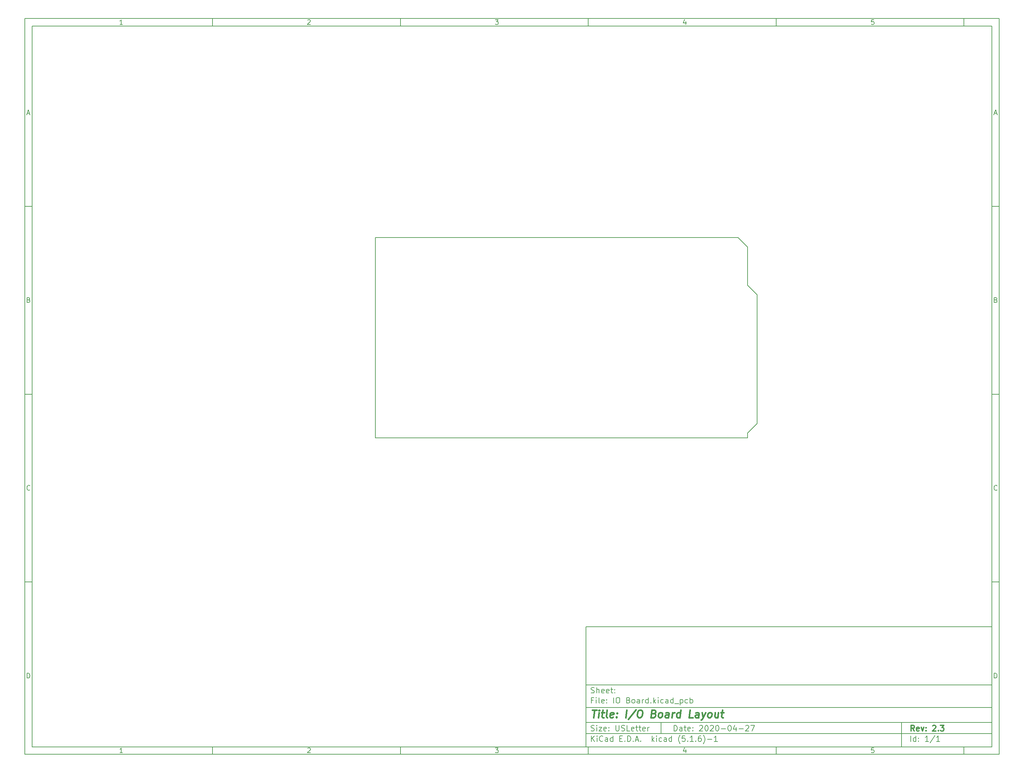
<source format=gbr>
G04 #@! TF.GenerationSoftware,KiCad,Pcbnew,(5.1.6)-1*
G04 #@! TF.CreationDate,2021-01-18T17:04:58-05:00*
G04 #@! TF.ProjectId,IO Board,494f2042-6f61-4726-942e-6b696361645f,2.3*
G04 #@! TF.SameCoordinates,Original*
G04 #@! TF.FileFunction,Profile,NP*
%FSLAX46Y46*%
G04 Gerber Fmt 4.6, Leading zero omitted, Abs format (unit mm)*
G04 Created by KiCad (PCBNEW (5.1.6)-1) date 2021-01-18 17:04:58*
%MOMM*%
%LPD*%
G01*
G04 APERTURE LIST*
%ADD10C,0.100000*%
%ADD11C,0.150000*%
%ADD12C,0.300000*%
%ADD13C,0.400000*%
G04 #@! TA.AperFunction,Profile*
%ADD14C,0.150000*%
G04 #@! TD*
G04 APERTURE END LIST*
D10*
D11*
X159400000Y-171900000D02*
X159400000Y-203900000D01*
X267400000Y-203900000D01*
X267400000Y-171900000D01*
X159400000Y-171900000D01*
D10*
D11*
X10000000Y-10000000D02*
X10000000Y-205900000D01*
X269400000Y-205900000D01*
X269400000Y-10000000D01*
X10000000Y-10000000D01*
D10*
D11*
X12000000Y-12000000D02*
X12000000Y-203900000D01*
X267400000Y-203900000D01*
X267400000Y-12000000D01*
X12000000Y-12000000D01*
D10*
D11*
X60000000Y-12000000D02*
X60000000Y-10000000D01*
D10*
D11*
X110000000Y-12000000D02*
X110000000Y-10000000D01*
D10*
D11*
X160000000Y-12000000D02*
X160000000Y-10000000D01*
D10*
D11*
X210000000Y-12000000D02*
X210000000Y-10000000D01*
D10*
D11*
X260000000Y-12000000D02*
X260000000Y-10000000D01*
D10*
D11*
X36065476Y-11588095D02*
X35322619Y-11588095D01*
X35694047Y-11588095D02*
X35694047Y-10288095D01*
X35570238Y-10473809D01*
X35446428Y-10597619D01*
X35322619Y-10659523D01*
D10*
D11*
X85322619Y-10411904D02*
X85384523Y-10350000D01*
X85508333Y-10288095D01*
X85817857Y-10288095D01*
X85941666Y-10350000D01*
X86003571Y-10411904D01*
X86065476Y-10535714D01*
X86065476Y-10659523D01*
X86003571Y-10845238D01*
X85260714Y-11588095D01*
X86065476Y-11588095D01*
D10*
D11*
X135260714Y-10288095D02*
X136065476Y-10288095D01*
X135632142Y-10783333D01*
X135817857Y-10783333D01*
X135941666Y-10845238D01*
X136003571Y-10907142D01*
X136065476Y-11030952D01*
X136065476Y-11340476D01*
X136003571Y-11464285D01*
X135941666Y-11526190D01*
X135817857Y-11588095D01*
X135446428Y-11588095D01*
X135322619Y-11526190D01*
X135260714Y-11464285D01*
D10*
D11*
X185941666Y-10721428D02*
X185941666Y-11588095D01*
X185632142Y-10226190D02*
X185322619Y-11154761D01*
X186127380Y-11154761D01*
D10*
D11*
X236003571Y-10288095D02*
X235384523Y-10288095D01*
X235322619Y-10907142D01*
X235384523Y-10845238D01*
X235508333Y-10783333D01*
X235817857Y-10783333D01*
X235941666Y-10845238D01*
X236003571Y-10907142D01*
X236065476Y-11030952D01*
X236065476Y-11340476D01*
X236003571Y-11464285D01*
X235941666Y-11526190D01*
X235817857Y-11588095D01*
X235508333Y-11588095D01*
X235384523Y-11526190D01*
X235322619Y-11464285D01*
D10*
D11*
X60000000Y-203900000D02*
X60000000Y-205900000D01*
D10*
D11*
X110000000Y-203900000D02*
X110000000Y-205900000D01*
D10*
D11*
X160000000Y-203900000D02*
X160000000Y-205900000D01*
D10*
D11*
X210000000Y-203900000D02*
X210000000Y-205900000D01*
D10*
D11*
X260000000Y-203900000D02*
X260000000Y-205900000D01*
D10*
D11*
X36065476Y-205488095D02*
X35322619Y-205488095D01*
X35694047Y-205488095D02*
X35694047Y-204188095D01*
X35570238Y-204373809D01*
X35446428Y-204497619D01*
X35322619Y-204559523D01*
D10*
D11*
X85322619Y-204311904D02*
X85384523Y-204250000D01*
X85508333Y-204188095D01*
X85817857Y-204188095D01*
X85941666Y-204250000D01*
X86003571Y-204311904D01*
X86065476Y-204435714D01*
X86065476Y-204559523D01*
X86003571Y-204745238D01*
X85260714Y-205488095D01*
X86065476Y-205488095D01*
D10*
D11*
X135260714Y-204188095D02*
X136065476Y-204188095D01*
X135632142Y-204683333D01*
X135817857Y-204683333D01*
X135941666Y-204745238D01*
X136003571Y-204807142D01*
X136065476Y-204930952D01*
X136065476Y-205240476D01*
X136003571Y-205364285D01*
X135941666Y-205426190D01*
X135817857Y-205488095D01*
X135446428Y-205488095D01*
X135322619Y-205426190D01*
X135260714Y-205364285D01*
D10*
D11*
X185941666Y-204621428D02*
X185941666Y-205488095D01*
X185632142Y-204126190D02*
X185322619Y-205054761D01*
X186127380Y-205054761D01*
D10*
D11*
X236003571Y-204188095D02*
X235384523Y-204188095D01*
X235322619Y-204807142D01*
X235384523Y-204745238D01*
X235508333Y-204683333D01*
X235817857Y-204683333D01*
X235941666Y-204745238D01*
X236003571Y-204807142D01*
X236065476Y-204930952D01*
X236065476Y-205240476D01*
X236003571Y-205364285D01*
X235941666Y-205426190D01*
X235817857Y-205488095D01*
X235508333Y-205488095D01*
X235384523Y-205426190D01*
X235322619Y-205364285D01*
D10*
D11*
X10000000Y-60000000D02*
X12000000Y-60000000D01*
D10*
D11*
X10000000Y-110000000D02*
X12000000Y-110000000D01*
D10*
D11*
X10000000Y-160000000D02*
X12000000Y-160000000D01*
D10*
D11*
X10690476Y-35216666D02*
X11309523Y-35216666D01*
X10566666Y-35588095D02*
X11000000Y-34288095D01*
X11433333Y-35588095D01*
D10*
D11*
X11092857Y-84907142D02*
X11278571Y-84969047D01*
X11340476Y-85030952D01*
X11402380Y-85154761D01*
X11402380Y-85340476D01*
X11340476Y-85464285D01*
X11278571Y-85526190D01*
X11154761Y-85588095D01*
X10659523Y-85588095D01*
X10659523Y-84288095D01*
X11092857Y-84288095D01*
X11216666Y-84350000D01*
X11278571Y-84411904D01*
X11340476Y-84535714D01*
X11340476Y-84659523D01*
X11278571Y-84783333D01*
X11216666Y-84845238D01*
X11092857Y-84907142D01*
X10659523Y-84907142D01*
D10*
D11*
X11402380Y-135464285D02*
X11340476Y-135526190D01*
X11154761Y-135588095D01*
X11030952Y-135588095D01*
X10845238Y-135526190D01*
X10721428Y-135402380D01*
X10659523Y-135278571D01*
X10597619Y-135030952D01*
X10597619Y-134845238D01*
X10659523Y-134597619D01*
X10721428Y-134473809D01*
X10845238Y-134350000D01*
X11030952Y-134288095D01*
X11154761Y-134288095D01*
X11340476Y-134350000D01*
X11402380Y-134411904D01*
D10*
D11*
X10659523Y-185588095D02*
X10659523Y-184288095D01*
X10969047Y-184288095D01*
X11154761Y-184350000D01*
X11278571Y-184473809D01*
X11340476Y-184597619D01*
X11402380Y-184845238D01*
X11402380Y-185030952D01*
X11340476Y-185278571D01*
X11278571Y-185402380D01*
X11154761Y-185526190D01*
X10969047Y-185588095D01*
X10659523Y-185588095D01*
D10*
D11*
X269400000Y-60000000D02*
X267400000Y-60000000D01*
D10*
D11*
X269400000Y-110000000D02*
X267400000Y-110000000D01*
D10*
D11*
X269400000Y-160000000D02*
X267400000Y-160000000D01*
D10*
D11*
X268090476Y-35216666D02*
X268709523Y-35216666D01*
X267966666Y-35588095D02*
X268400000Y-34288095D01*
X268833333Y-35588095D01*
D10*
D11*
X268492857Y-84907142D02*
X268678571Y-84969047D01*
X268740476Y-85030952D01*
X268802380Y-85154761D01*
X268802380Y-85340476D01*
X268740476Y-85464285D01*
X268678571Y-85526190D01*
X268554761Y-85588095D01*
X268059523Y-85588095D01*
X268059523Y-84288095D01*
X268492857Y-84288095D01*
X268616666Y-84350000D01*
X268678571Y-84411904D01*
X268740476Y-84535714D01*
X268740476Y-84659523D01*
X268678571Y-84783333D01*
X268616666Y-84845238D01*
X268492857Y-84907142D01*
X268059523Y-84907142D01*
D10*
D11*
X268802380Y-135464285D02*
X268740476Y-135526190D01*
X268554761Y-135588095D01*
X268430952Y-135588095D01*
X268245238Y-135526190D01*
X268121428Y-135402380D01*
X268059523Y-135278571D01*
X267997619Y-135030952D01*
X267997619Y-134845238D01*
X268059523Y-134597619D01*
X268121428Y-134473809D01*
X268245238Y-134350000D01*
X268430952Y-134288095D01*
X268554761Y-134288095D01*
X268740476Y-134350000D01*
X268802380Y-134411904D01*
D10*
D11*
X268059523Y-185588095D02*
X268059523Y-184288095D01*
X268369047Y-184288095D01*
X268554761Y-184350000D01*
X268678571Y-184473809D01*
X268740476Y-184597619D01*
X268802380Y-184845238D01*
X268802380Y-185030952D01*
X268740476Y-185278571D01*
X268678571Y-185402380D01*
X268554761Y-185526190D01*
X268369047Y-185588095D01*
X268059523Y-185588095D01*
D10*
D11*
X182832142Y-199678571D02*
X182832142Y-198178571D01*
X183189285Y-198178571D01*
X183403571Y-198250000D01*
X183546428Y-198392857D01*
X183617857Y-198535714D01*
X183689285Y-198821428D01*
X183689285Y-199035714D01*
X183617857Y-199321428D01*
X183546428Y-199464285D01*
X183403571Y-199607142D01*
X183189285Y-199678571D01*
X182832142Y-199678571D01*
X184975000Y-199678571D02*
X184975000Y-198892857D01*
X184903571Y-198750000D01*
X184760714Y-198678571D01*
X184475000Y-198678571D01*
X184332142Y-198750000D01*
X184975000Y-199607142D02*
X184832142Y-199678571D01*
X184475000Y-199678571D01*
X184332142Y-199607142D01*
X184260714Y-199464285D01*
X184260714Y-199321428D01*
X184332142Y-199178571D01*
X184475000Y-199107142D01*
X184832142Y-199107142D01*
X184975000Y-199035714D01*
X185475000Y-198678571D02*
X186046428Y-198678571D01*
X185689285Y-198178571D02*
X185689285Y-199464285D01*
X185760714Y-199607142D01*
X185903571Y-199678571D01*
X186046428Y-199678571D01*
X187117857Y-199607142D02*
X186975000Y-199678571D01*
X186689285Y-199678571D01*
X186546428Y-199607142D01*
X186475000Y-199464285D01*
X186475000Y-198892857D01*
X186546428Y-198750000D01*
X186689285Y-198678571D01*
X186975000Y-198678571D01*
X187117857Y-198750000D01*
X187189285Y-198892857D01*
X187189285Y-199035714D01*
X186475000Y-199178571D01*
X187832142Y-199535714D02*
X187903571Y-199607142D01*
X187832142Y-199678571D01*
X187760714Y-199607142D01*
X187832142Y-199535714D01*
X187832142Y-199678571D01*
X187832142Y-198750000D02*
X187903571Y-198821428D01*
X187832142Y-198892857D01*
X187760714Y-198821428D01*
X187832142Y-198750000D01*
X187832142Y-198892857D01*
X189617857Y-198321428D02*
X189689285Y-198250000D01*
X189832142Y-198178571D01*
X190189285Y-198178571D01*
X190332142Y-198250000D01*
X190403571Y-198321428D01*
X190475000Y-198464285D01*
X190475000Y-198607142D01*
X190403571Y-198821428D01*
X189546428Y-199678571D01*
X190475000Y-199678571D01*
X191403571Y-198178571D02*
X191546428Y-198178571D01*
X191689285Y-198250000D01*
X191760714Y-198321428D01*
X191832142Y-198464285D01*
X191903571Y-198750000D01*
X191903571Y-199107142D01*
X191832142Y-199392857D01*
X191760714Y-199535714D01*
X191689285Y-199607142D01*
X191546428Y-199678571D01*
X191403571Y-199678571D01*
X191260714Y-199607142D01*
X191189285Y-199535714D01*
X191117857Y-199392857D01*
X191046428Y-199107142D01*
X191046428Y-198750000D01*
X191117857Y-198464285D01*
X191189285Y-198321428D01*
X191260714Y-198250000D01*
X191403571Y-198178571D01*
X192475000Y-198321428D02*
X192546428Y-198250000D01*
X192689285Y-198178571D01*
X193046428Y-198178571D01*
X193189285Y-198250000D01*
X193260714Y-198321428D01*
X193332142Y-198464285D01*
X193332142Y-198607142D01*
X193260714Y-198821428D01*
X192403571Y-199678571D01*
X193332142Y-199678571D01*
X194260714Y-198178571D02*
X194403571Y-198178571D01*
X194546428Y-198250000D01*
X194617857Y-198321428D01*
X194689285Y-198464285D01*
X194760714Y-198750000D01*
X194760714Y-199107142D01*
X194689285Y-199392857D01*
X194617857Y-199535714D01*
X194546428Y-199607142D01*
X194403571Y-199678571D01*
X194260714Y-199678571D01*
X194117857Y-199607142D01*
X194046428Y-199535714D01*
X193975000Y-199392857D01*
X193903571Y-199107142D01*
X193903571Y-198750000D01*
X193975000Y-198464285D01*
X194046428Y-198321428D01*
X194117857Y-198250000D01*
X194260714Y-198178571D01*
X195403571Y-199107142D02*
X196546428Y-199107142D01*
X197546428Y-198178571D02*
X197689285Y-198178571D01*
X197832142Y-198250000D01*
X197903571Y-198321428D01*
X197975000Y-198464285D01*
X198046428Y-198750000D01*
X198046428Y-199107142D01*
X197975000Y-199392857D01*
X197903571Y-199535714D01*
X197832142Y-199607142D01*
X197689285Y-199678571D01*
X197546428Y-199678571D01*
X197403571Y-199607142D01*
X197332142Y-199535714D01*
X197260714Y-199392857D01*
X197189285Y-199107142D01*
X197189285Y-198750000D01*
X197260714Y-198464285D01*
X197332142Y-198321428D01*
X197403571Y-198250000D01*
X197546428Y-198178571D01*
X199332142Y-198678571D02*
X199332142Y-199678571D01*
X198975000Y-198107142D02*
X198617857Y-199178571D01*
X199546428Y-199178571D01*
X200117857Y-199107142D02*
X201260714Y-199107142D01*
X201903571Y-198321428D02*
X201975000Y-198250000D01*
X202117857Y-198178571D01*
X202475000Y-198178571D01*
X202617857Y-198250000D01*
X202689285Y-198321428D01*
X202760714Y-198464285D01*
X202760714Y-198607142D01*
X202689285Y-198821428D01*
X201832142Y-199678571D01*
X202760714Y-199678571D01*
X203260714Y-198178571D02*
X204260714Y-198178571D01*
X203617857Y-199678571D01*
D10*
D11*
X159400000Y-200400000D02*
X267400000Y-200400000D01*
D10*
D11*
X160832142Y-202478571D02*
X160832142Y-200978571D01*
X161689285Y-202478571D02*
X161046428Y-201621428D01*
X161689285Y-200978571D02*
X160832142Y-201835714D01*
X162332142Y-202478571D02*
X162332142Y-201478571D01*
X162332142Y-200978571D02*
X162260714Y-201050000D01*
X162332142Y-201121428D01*
X162403571Y-201050000D01*
X162332142Y-200978571D01*
X162332142Y-201121428D01*
X163903571Y-202335714D02*
X163832142Y-202407142D01*
X163617857Y-202478571D01*
X163475000Y-202478571D01*
X163260714Y-202407142D01*
X163117857Y-202264285D01*
X163046428Y-202121428D01*
X162975000Y-201835714D01*
X162975000Y-201621428D01*
X163046428Y-201335714D01*
X163117857Y-201192857D01*
X163260714Y-201050000D01*
X163475000Y-200978571D01*
X163617857Y-200978571D01*
X163832142Y-201050000D01*
X163903571Y-201121428D01*
X165189285Y-202478571D02*
X165189285Y-201692857D01*
X165117857Y-201550000D01*
X164975000Y-201478571D01*
X164689285Y-201478571D01*
X164546428Y-201550000D01*
X165189285Y-202407142D02*
X165046428Y-202478571D01*
X164689285Y-202478571D01*
X164546428Y-202407142D01*
X164475000Y-202264285D01*
X164475000Y-202121428D01*
X164546428Y-201978571D01*
X164689285Y-201907142D01*
X165046428Y-201907142D01*
X165189285Y-201835714D01*
X166546428Y-202478571D02*
X166546428Y-200978571D01*
X166546428Y-202407142D02*
X166403571Y-202478571D01*
X166117857Y-202478571D01*
X165975000Y-202407142D01*
X165903571Y-202335714D01*
X165832142Y-202192857D01*
X165832142Y-201764285D01*
X165903571Y-201621428D01*
X165975000Y-201550000D01*
X166117857Y-201478571D01*
X166403571Y-201478571D01*
X166546428Y-201550000D01*
X168403571Y-201692857D02*
X168903571Y-201692857D01*
X169117857Y-202478571D02*
X168403571Y-202478571D01*
X168403571Y-200978571D01*
X169117857Y-200978571D01*
X169760714Y-202335714D02*
X169832142Y-202407142D01*
X169760714Y-202478571D01*
X169689285Y-202407142D01*
X169760714Y-202335714D01*
X169760714Y-202478571D01*
X170475000Y-202478571D02*
X170475000Y-200978571D01*
X170832142Y-200978571D01*
X171046428Y-201050000D01*
X171189285Y-201192857D01*
X171260714Y-201335714D01*
X171332142Y-201621428D01*
X171332142Y-201835714D01*
X171260714Y-202121428D01*
X171189285Y-202264285D01*
X171046428Y-202407142D01*
X170832142Y-202478571D01*
X170475000Y-202478571D01*
X171975000Y-202335714D02*
X172046428Y-202407142D01*
X171975000Y-202478571D01*
X171903571Y-202407142D01*
X171975000Y-202335714D01*
X171975000Y-202478571D01*
X172617857Y-202050000D02*
X173332142Y-202050000D01*
X172475000Y-202478571D02*
X172975000Y-200978571D01*
X173475000Y-202478571D01*
X173975000Y-202335714D02*
X174046428Y-202407142D01*
X173975000Y-202478571D01*
X173903571Y-202407142D01*
X173975000Y-202335714D01*
X173975000Y-202478571D01*
X176975000Y-202478571D02*
X176975000Y-200978571D01*
X177117857Y-201907142D02*
X177546428Y-202478571D01*
X177546428Y-201478571D02*
X176975000Y-202050000D01*
X178189285Y-202478571D02*
X178189285Y-201478571D01*
X178189285Y-200978571D02*
X178117857Y-201050000D01*
X178189285Y-201121428D01*
X178260714Y-201050000D01*
X178189285Y-200978571D01*
X178189285Y-201121428D01*
X179546428Y-202407142D02*
X179403571Y-202478571D01*
X179117857Y-202478571D01*
X178975000Y-202407142D01*
X178903571Y-202335714D01*
X178832142Y-202192857D01*
X178832142Y-201764285D01*
X178903571Y-201621428D01*
X178975000Y-201550000D01*
X179117857Y-201478571D01*
X179403571Y-201478571D01*
X179546428Y-201550000D01*
X180832142Y-202478571D02*
X180832142Y-201692857D01*
X180760714Y-201550000D01*
X180617857Y-201478571D01*
X180332142Y-201478571D01*
X180189285Y-201550000D01*
X180832142Y-202407142D02*
X180689285Y-202478571D01*
X180332142Y-202478571D01*
X180189285Y-202407142D01*
X180117857Y-202264285D01*
X180117857Y-202121428D01*
X180189285Y-201978571D01*
X180332142Y-201907142D01*
X180689285Y-201907142D01*
X180832142Y-201835714D01*
X182189285Y-202478571D02*
X182189285Y-200978571D01*
X182189285Y-202407142D02*
X182046428Y-202478571D01*
X181760714Y-202478571D01*
X181617857Y-202407142D01*
X181546428Y-202335714D01*
X181475000Y-202192857D01*
X181475000Y-201764285D01*
X181546428Y-201621428D01*
X181617857Y-201550000D01*
X181760714Y-201478571D01*
X182046428Y-201478571D01*
X182189285Y-201550000D01*
X184475000Y-203050000D02*
X184403571Y-202978571D01*
X184260714Y-202764285D01*
X184189285Y-202621428D01*
X184117857Y-202407142D01*
X184046428Y-202050000D01*
X184046428Y-201764285D01*
X184117857Y-201407142D01*
X184189285Y-201192857D01*
X184260714Y-201050000D01*
X184403571Y-200835714D01*
X184475000Y-200764285D01*
X185760714Y-200978571D02*
X185046428Y-200978571D01*
X184975000Y-201692857D01*
X185046428Y-201621428D01*
X185189285Y-201550000D01*
X185546428Y-201550000D01*
X185689285Y-201621428D01*
X185760714Y-201692857D01*
X185832142Y-201835714D01*
X185832142Y-202192857D01*
X185760714Y-202335714D01*
X185689285Y-202407142D01*
X185546428Y-202478571D01*
X185189285Y-202478571D01*
X185046428Y-202407142D01*
X184975000Y-202335714D01*
X186475000Y-202335714D02*
X186546428Y-202407142D01*
X186475000Y-202478571D01*
X186403571Y-202407142D01*
X186475000Y-202335714D01*
X186475000Y-202478571D01*
X187975000Y-202478571D02*
X187117857Y-202478571D01*
X187546428Y-202478571D02*
X187546428Y-200978571D01*
X187403571Y-201192857D01*
X187260714Y-201335714D01*
X187117857Y-201407142D01*
X188617857Y-202335714D02*
X188689285Y-202407142D01*
X188617857Y-202478571D01*
X188546428Y-202407142D01*
X188617857Y-202335714D01*
X188617857Y-202478571D01*
X189975000Y-200978571D02*
X189689285Y-200978571D01*
X189546428Y-201050000D01*
X189475000Y-201121428D01*
X189332142Y-201335714D01*
X189260714Y-201621428D01*
X189260714Y-202192857D01*
X189332142Y-202335714D01*
X189403571Y-202407142D01*
X189546428Y-202478571D01*
X189832142Y-202478571D01*
X189975000Y-202407142D01*
X190046428Y-202335714D01*
X190117857Y-202192857D01*
X190117857Y-201835714D01*
X190046428Y-201692857D01*
X189975000Y-201621428D01*
X189832142Y-201550000D01*
X189546428Y-201550000D01*
X189403571Y-201621428D01*
X189332142Y-201692857D01*
X189260714Y-201835714D01*
X190617857Y-203050000D02*
X190689285Y-202978571D01*
X190832142Y-202764285D01*
X190903571Y-202621428D01*
X190975000Y-202407142D01*
X191046428Y-202050000D01*
X191046428Y-201764285D01*
X190975000Y-201407142D01*
X190903571Y-201192857D01*
X190832142Y-201050000D01*
X190689285Y-200835714D01*
X190617857Y-200764285D01*
X191760714Y-201907142D02*
X192903571Y-201907142D01*
X194403571Y-202478571D02*
X193546428Y-202478571D01*
X193975000Y-202478571D02*
X193975000Y-200978571D01*
X193832142Y-201192857D01*
X193689285Y-201335714D01*
X193546428Y-201407142D01*
D10*
D11*
X159400000Y-197400000D02*
X267400000Y-197400000D01*
D10*
D12*
X246809285Y-199678571D02*
X246309285Y-198964285D01*
X245952142Y-199678571D02*
X245952142Y-198178571D01*
X246523571Y-198178571D01*
X246666428Y-198250000D01*
X246737857Y-198321428D01*
X246809285Y-198464285D01*
X246809285Y-198678571D01*
X246737857Y-198821428D01*
X246666428Y-198892857D01*
X246523571Y-198964285D01*
X245952142Y-198964285D01*
X248023571Y-199607142D02*
X247880714Y-199678571D01*
X247595000Y-199678571D01*
X247452142Y-199607142D01*
X247380714Y-199464285D01*
X247380714Y-198892857D01*
X247452142Y-198750000D01*
X247595000Y-198678571D01*
X247880714Y-198678571D01*
X248023571Y-198750000D01*
X248095000Y-198892857D01*
X248095000Y-199035714D01*
X247380714Y-199178571D01*
X248595000Y-198678571D02*
X248952142Y-199678571D01*
X249309285Y-198678571D01*
X249880714Y-199535714D02*
X249952142Y-199607142D01*
X249880714Y-199678571D01*
X249809285Y-199607142D01*
X249880714Y-199535714D01*
X249880714Y-199678571D01*
X249880714Y-198750000D02*
X249952142Y-198821428D01*
X249880714Y-198892857D01*
X249809285Y-198821428D01*
X249880714Y-198750000D01*
X249880714Y-198892857D01*
X251666428Y-198321428D02*
X251737857Y-198250000D01*
X251880714Y-198178571D01*
X252237857Y-198178571D01*
X252380714Y-198250000D01*
X252452142Y-198321428D01*
X252523571Y-198464285D01*
X252523571Y-198607142D01*
X252452142Y-198821428D01*
X251595000Y-199678571D01*
X252523571Y-199678571D01*
X253166428Y-199535714D02*
X253237857Y-199607142D01*
X253166428Y-199678571D01*
X253095000Y-199607142D01*
X253166428Y-199535714D01*
X253166428Y-199678571D01*
X253737857Y-198178571D02*
X254666428Y-198178571D01*
X254166428Y-198750000D01*
X254380714Y-198750000D01*
X254523571Y-198821428D01*
X254595000Y-198892857D01*
X254666428Y-199035714D01*
X254666428Y-199392857D01*
X254595000Y-199535714D01*
X254523571Y-199607142D01*
X254380714Y-199678571D01*
X253952142Y-199678571D01*
X253809285Y-199607142D01*
X253737857Y-199535714D01*
D10*
D11*
X160760714Y-199607142D02*
X160975000Y-199678571D01*
X161332142Y-199678571D01*
X161475000Y-199607142D01*
X161546428Y-199535714D01*
X161617857Y-199392857D01*
X161617857Y-199250000D01*
X161546428Y-199107142D01*
X161475000Y-199035714D01*
X161332142Y-198964285D01*
X161046428Y-198892857D01*
X160903571Y-198821428D01*
X160832142Y-198750000D01*
X160760714Y-198607142D01*
X160760714Y-198464285D01*
X160832142Y-198321428D01*
X160903571Y-198250000D01*
X161046428Y-198178571D01*
X161403571Y-198178571D01*
X161617857Y-198250000D01*
X162260714Y-199678571D02*
X162260714Y-198678571D01*
X162260714Y-198178571D02*
X162189285Y-198250000D01*
X162260714Y-198321428D01*
X162332142Y-198250000D01*
X162260714Y-198178571D01*
X162260714Y-198321428D01*
X162832142Y-198678571D02*
X163617857Y-198678571D01*
X162832142Y-199678571D01*
X163617857Y-199678571D01*
X164760714Y-199607142D02*
X164617857Y-199678571D01*
X164332142Y-199678571D01*
X164189285Y-199607142D01*
X164117857Y-199464285D01*
X164117857Y-198892857D01*
X164189285Y-198750000D01*
X164332142Y-198678571D01*
X164617857Y-198678571D01*
X164760714Y-198750000D01*
X164832142Y-198892857D01*
X164832142Y-199035714D01*
X164117857Y-199178571D01*
X165475000Y-199535714D02*
X165546428Y-199607142D01*
X165475000Y-199678571D01*
X165403571Y-199607142D01*
X165475000Y-199535714D01*
X165475000Y-199678571D01*
X165475000Y-198750000D02*
X165546428Y-198821428D01*
X165475000Y-198892857D01*
X165403571Y-198821428D01*
X165475000Y-198750000D01*
X165475000Y-198892857D01*
X167332142Y-198178571D02*
X167332142Y-199392857D01*
X167403571Y-199535714D01*
X167475000Y-199607142D01*
X167617857Y-199678571D01*
X167903571Y-199678571D01*
X168046428Y-199607142D01*
X168117857Y-199535714D01*
X168189285Y-199392857D01*
X168189285Y-198178571D01*
X168832142Y-199607142D02*
X169046428Y-199678571D01*
X169403571Y-199678571D01*
X169546428Y-199607142D01*
X169617857Y-199535714D01*
X169689285Y-199392857D01*
X169689285Y-199250000D01*
X169617857Y-199107142D01*
X169546428Y-199035714D01*
X169403571Y-198964285D01*
X169117857Y-198892857D01*
X168975000Y-198821428D01*
X168903571Y-198750000D01*
X168832142Y-198607142D01*
X168832142Y-198464285D01*
X168903571Y-198321428D01*
X168975000Y-198250000D01*
X169117857Y-198178571D01*
X169475000Y-198178571D01*
X169689285Y-198250000D01*
X171046428Y-199678571D02*
X170332142Y-199678571D01*
X170332142Y-198178571D01*
X172117857Y-199607142D02*
X171975000Y-199678571D01*
X171689285Y-199678571D01*
X171546428Y-199607142D01*
X171475000Y-199464285D01*
X171475000Y-198892857D01*
X171546428Y-198750000D01*
X171689285Y-198678571D01*
X171975000Y-198678571D01*
X172117857Y-198750000D01*
X172189285Y-198892857D01*
X172189285Y-199035714D01*
X171475000Y-199178571D01*
X172617857Y-198678571D02*
X173189285Y-198678571D01*
X172832142Y-198178571D02*
X172832142Y-199464285D01*
X172903571Y-199607142D01*
X173046428Y-199678571D01*
X173189285Y-199678571D01*
X173475000Y-198678571D02*
X174046428Y-198678571D01*
X173689285Y-198178571D02*
X173689285Y-199464285D01*
X173760714Y-199607142D01*
X173903571Y-199678571D01*
X174046428Y-199678571D01*
X175117857Y-199607142D02*
X174975000Y-199678571D01*
X174689285Y-199678571D01*
X174546428Y-199607142D01*
X174475000Y-199464285D01*
X174475000Y-198892857D01*
X174546428Y-198750000D01*
X174689285Y-198678571D01*
X174975000Y-198678571D01*
X175117857Y-198750000D01*
X175189285Y-198892857D01*
X175189285Y-199035714D01*
X174475000Y-199178571D01*
X175832142Y-199678571D02*
X175832142Y-198678571D01*
X175832142Y-198964285D02*
X175903571Y-198821428D01*
X175975000Y-198750000D01*
X176117857Y-198678571D01*
X176260714Y-198678571D01*
D10*
D11*
X245832142Y-202478571D02*
X245832142Y-200978571D01*
X247189285Y-202478571D02*
X247189285Y-200978571D01*
X247189285Y-202407142D02*
X247046428Y-202478571D01*
X246760714Y-202478571D01*
X246617857Y-202407142D01*
X246546428Y-202335714D01*
X246475000Y-202192857D01*
X246475000Y-201764285D01*
X246546428Y-201621428D01*
X246617857Y-201550000D01*
X246760714Y-201478571D01*
X247046428Y-201478571D01*
X247189285Y-201550000D01*
X247903571Y-202335714D02*
X247975000Y-202407142D01*
X247903571Y-202478571D01*
X247832142Y-202407142D01*
X247903571Y-202335714D01*
X247903571Y-202478571D01*
X247903571Y-201550000D02*
X247975000Y-201621428D01*
X247903571Y-201692857D01*
X247832142Y-201621428D01*
X247903571Y-201550000D01*
X247903571Y-201692857D01*
X250546428Y-202478571D02*
X249689285Y-202478571D01*
X250117857Y-202478571D02*
X250117857Y-200978571D01*
X249975000Y-201192857D01*
X249832142Y-201335714D01*
X249689285Y-201407142D01*
X252260714Y-200907142D02*
X250975000Y-202835714D01*
X253546428Y-202478571D02*
X252689285Y-202478571D01*
X253117857Y-202478571D02*
X253117857Y-200978571D01*
X252975000Y-201192857D01*
X252832142Y-201335714D01*
X252689285Y-201407142D01*
D10*
D11*
X159400000Y-193400000D02*
X267400000Y-193400000D01*
D10*
D13*
X161112380Y-194104761D02*
X162255238Y-194104761D01*
X161433809Y-196104761D02*
X161683809Y-194104761D01*
X162671904Y-196104761D02*
X162838571Y-194771428D01*
X162921904Y-194104761D02*
X162814761Y-194200000D01*
X162898095Y-194295238D01*
X163005238Y-194200000D01*
X162921904Y-194104761D01*
X162898095Y-194295238D01*
X163505238Y-194771428D02*
X164267142Y-194771428D01*
X163874285Y-194104761D02*
X163660000Y-195819047D01*
X163731428Y-196009523D01*
X163910000Y-196104761D01*
X164100476Y-196104761D01*
X165052857Y-196104761D02*
X164874285Y-196009523D01*
X164802857Y-195819047D01*
X165017142Y-194104761D01*
X166588571Y-196009523D02*
X166386190Y-196104761D01*
X166005238Y-196104761D01*
X165826666Y-196009523D01*
X165755238Y-195819047D01*
X165850476Y-195057142D01*
X165969523Y-194866666D01*
X166171904Y-194771428D01*
X166552857Y-194771428D01*
X166731428Y-194866666D01*
X166802857Y-195057142D01*
X166779047Y-195247619D01*
X165802857Y-195438095D01*
X167552857Y-195914285D02*
X167636190Y-196009523D01*
X167529047Y-196104761D01*
X167445714Y-196009523D01*
X167552857Y-195914285D01*
X167529047Y-196104761D01*
X167683809Y-194866666D02*
X167767142Y-194961904D01*
X167660000Y-195057142D01*
X167576666Y-194961904D01*
X167683809Y-194866666D01*
X167660000Y-195057142D01*
X170005238Y-196104761D02*
X170255238Y-194104761D01*
X172648095Y-194009523D02*
X170612380Y-196580952D01*
X173683809Y-194104761D02*
X174064761Y-194104761D01*
X174243333Y-194200000D01*
X174410000Y-194390476D01*
X174457619Y-194771428D01*
X174374285Y-195438095D01*
X174231428Y-195819047D01*
X174017142Y-196009523D01*
X173814761Y-196104761D01*
X173433809Y-196104761D01*
X173255238Y-196009523D01*
X173088571Y-195819047D01*
X173040952Y-195438095D01*
X173124285Y-194771428D01*
X173267142Y-194390476D01*
X173481428Y-194200000D01*
X173683809Y-194104761D01*
X177469523Y-195057142D02*
X177743333Y-195152380D01*
X177826666Y-195247619D01*
X177898095Y-195438095D01*
X177862380Y-195723809D01*
X177743333Y-195914285D01*
X177636190Y-196009523D01*
X177433809Y-196104761D01*
X176671904Y-196104761D01*
X176921904Y-194104761D01*
X177588571Y-194104761D01*
X177767142Y-194200000D01*
X177850476Y-194295238D01*
X177921904Y-194485714D01*
X177898095Y-194676190D01*
X177779047Y-194866666D01*
X177671904Y-194961904D01*
X177469523Y-195057142D01*
X176802857Y-195057142D01*
X178957619Y-196104761D02*
X178779047Y-196009523D01*
X178695714Y-195914285D01*
X178624285Y-195723809D01*
X178695714Y-195152380D01*
X178814761Y-194961904D01*
X178921904Y-194866666D01*
X179124285Y-194771428D01*
X179410000Y-194771428D01*
X179588571Y-194866666D01*
X179671904Y-194961904D01*
X179743333Y-195152380D01*
X179671904Y-195723809D01*
X179552857Y-195914285D01*
X179445714Y-196009523D01*
X179243333Y-196104761D01*
X178957619Y-196104761D01*
X181338571Y-196104761D02*
X181469523Y-195057142D01*
X181398095Y-194866666D01*
X181219523Y-194771428D01*
X180838571Y-194771428D01*
X180636190Y-194866666D01*
X181350476Y-196009523D02*
X181148095Y-196104761D01*
X180671904Y-196104761D01*
X180493333Y-196009523D01*
X180421904Y-195819047D01*
X180445714Y-195628571D01*
X180564761Y-195438095D01*
X180767142Y-195342857D01*
X181243333Y-195342857D01*
X181445714Y-195247619D01*
X182290952Y-196104761D02*
X182457619Y-194771428D01*
X182410000Y-195152380D02*
X182529047Y-194961904D01*
X182636190Y-194866666D01*
X182838571Y-194771428D01*
X183029047Y-194771428D01*
X184386190Y-196104761D02*
X184636190Y-194104761D01*
X184398095Y-196009523D02*
X184195714Y-196104761D01*
X183814761Y-196104761D01*
X183636190Y-196009523D01*
X183552857Y-195914285D01*
X183481428Y-195723809D01*
X183552857Y-195152380D01*
X183671904Y-194961904D01*
X183779047Y-194866666D01*
X183981428Y-194771428D01*
X184362380Y-194771428D01*
X184540952Y-194866666D01*
X187814761Y-196104761D02*
X186862380Y-196104761D01*
X187112380Y-194104761D01*
X189338571Y-196104761D02*
X189469523Y-195057142D01*
X189398095Y-194866666D01*
X189219523Y-194771428D01*
X188838571Y-194771428D01*
X188636190Y-194866666D01*
X189350476Y-196009523D02*
X189148095Y-196104761D01*
X188671904Y-196104761D01*
X188493333Y-196009523D01*
X188421904Y-195819047D01*
X188445714Y-195628571D01*
X188564761Y-195438095D01*
X188767142Y-195342857D01*
X189243333Y-195342857D01*
X189445714Y-195247619D01*
X190267142Y-194771428D02*
X190576666Y-196104761D01*
X191219523Y-194771428D02*
X190576666Y-196104761D01*
X190326666Y-196580952D01*
X190219523Y-196676190D01*
X190017142Y-196771428D01*
X192100476Y-196104761D02*
X191921904Y-196009523D01*
X191838571Y-195914285D01*
X191767142Y-195723809D01*
X191838571Y-195152380D01*
X191957619Y-194961904D01*
X192064761Y-194866666D01*
X192267142Y-194771428D01*
X192552857Y-194771428D01*
X192731428Y-194866666D01*
X192814761Y-194961904D01*
X192886190Y-195152380D01*
X192814761Y-195723809D01*
X192695714Y-195914285D01*
X192588571Y-196009523D01*
X192386190Y-196104761D01*
X192100476Y-196104761D01*
X194648095Y-194771428D02*
X194481428Y-196104761D01*
X193790952Y-194771428D02*
X193660000Y-195819047D01*
X193731428Y-196009523D01*
X193910000Y-196104761D01*
X194195714Y-196104761D01*
X194398095Y-196009523D01*
X194505238Y-195914285D01*
X195314761Y-194771428D02*
X196076666Y-194771428D01*
X195683809Y-194104761D02*
X195469523Y-195819047D01*
X195540952Y-196009523D01*
X195719523Y-196104761D01*
X195910000Y-196104761D01*
D10*
D11*
X161332142Y-191492857D02*
X160832142Y-191492857D01*
X160832142Y-192278571D02*
X160832142Y-190778571D01*
X161546428Y-190778571D01*
X162117857Y-192278571D02*
X162117857Y-191278571D01*
X162117857Y-190778571D02*
X162046428Y-190850000D01*
X162117857Y-190921428D01*
X162189285Y-190850000D01*
X162117857Y-190778571D01*
X162117857Y-190921428D01*
X163046428Y-192278571D02*
X162903571Y-192207142D01*
X162832142Y-192064285D01*
X162832142Y-190778571D01*
X164189285Y-192207142D02*
X164046428Y-192278571D01*
X163760714Y-192278571D01*
X163617857Y-192207142D01*
X163546428Y-192064285D01*
X163546428Y-191492857D01*
X163617857Y-191350000D01*
X163760714Y-191278571D01*
X164046428Y-191278571D01*
X164189285Y-191350000D01*
X164260714Y-191492857D01*
X164260714Y-191635714D01*
X163546428Y-191778571D01*
X164903571Y-192135714D02*
X164975000Y-192207142D01*
X164903571Y-192278571D01*
X164832142Y-192207142D01*
X164903571Y-192135714D01*
X164903571Y-192278571D01*
X164903571Y-191350000D02*
X164975000Y-191421428D01*
X164903571Y-191492857D01*
X164832142Y-191421428D01*
X164903571Y-191350000D01*
X164903571Y-191492857D01*
X166760714Y-192278571D02*
X166760714Y-190778571D01*
X167760714Y-190778571D02*
X168046428Y-190778571D01*
X168189285Y-190850000D01*
X168332142Y-190992857D01*
X168403571Y-191278571D01*
X168403571Y-191778571D01*
X168332142Y-192064285D01*
X168189285Y-192207142D01*
X168046428Y-192278571D01*
X167760714Y-192278571D01*
X167617857Y-192207142D01*
X167475000Y-192064285D01*
X167403571Y-191778571D01*
X167403571Y-191278571D01*
X167475000Y-190992857D01*
X167617857Y-190850000D01*
X167760714Y-190778571D01*
X170689285Y-191492857D02*
X170903571Y-191564285D01*
X170975000Y-191635714D01*
X171046428Y-191778571D01*
X171046428Y-191992857D01*
X170975000Y-192135714D01*
X170903571Y-192207142D01*
X170760714Y-192278571D01*
X170189285Y-192278571D01*
X170189285Y-190778571D01*
X170689285Y-190778571D01*
X170832142Y-190850000D01*
X170903571Y-190921428D01*
X170975000Y-191064285D01*
X170975000Y-191207142D01*
X170903571Y-191350000D01*
X170832142Y-191421428D01*
X170689285Y-191492857D01*
X170189285Y-191492857D01*
X171903571Y-192278571D02*
X171760714Y-192207142D01*
X171689285Y-192135714D01*
X171617857Y-191992857D01*
X171617857Y-191564285D01*
X171689285Y-191421428D01*
X171760714Y-191350000D01*
X171903571Y-191278571D01*
X172117857Y-191278571D01*
X172260714Y-191350000D01*
X172332142Y-191421428D01*
X172403571Y-191564285D01*
X172403571Y-191992857D01*
X172332142Y-192135714D01*
X172260714Y-192207142D01*
X172117857Y-192278571D01*
X171903571Y-192278571D01*
X173689285Y-192278571D02*
X173689285Y-191492857D01*
X173617857Y-191350000D01*
X173475000Y-191278571D01*
X173189285Y-191278571D01*
X173046428Y-191350000D01*
X173689285Y-192207142D02*
X173546428Y-192278571D01*
X173189285Y-192278571D01*
X173046428Y-192207142D01*
X172975000Y-192064285D01*
X172975000Y-191921428D01*
X173046428Y-191778571D01*
X173189285Y-191707142D01*
X173546428Y-191707142D01*
X173689285Y-191635714D01*
X174403571Y-192278571D02*
X174403571Y-191278571D01*
X174403571Y-191564285D02*
X174475000Y-191421428D01*
X174546428Y-191350000D01*
X174689285Y-191278571D01*
X174832142Y-191278571D01*
X175975000Y-192278571D02*
X175975000Y-190778571D01*
X175975000Y-192207142D02*
X175832142Y-192278571D01*
X175546428Y-192278571D01*
X175403571Y-192207142D01*
X175332142Y-192135714D01*
X175260714Y-191992857D01*
X175260714Y-191564285D01*
X175332142Y-191421428D01*
X175403571Y-191350000D01*
X175546428Y-191278571D01*
X175832142Y-191278571D01*
X175975000Y-191350000D01*
X176689285Y-192135714D02*
X176760714Y-192207142D01*
X176689285Y-192278571D01*
X176617857Y-192207142D01*
X176689285Y-192135714D01*
X176689285Y-192278571D01*
X177403571Y-192278571D02*
X177403571Y-190778571D01*
X177546428Y-191707142D02*
X177975000Y-192278571D01*
X177975000Y-191278571D02*
X177403571Y-191850000D01*
X178617857Y-192278571D02*
X178617857Y-191278571D01*
X178617857Y-190778571D02*
X178546428Y-190850000D01*
X178617857Y-190921428D01*
X178689285Y-190850000D01*
X178617857Y-190778571D01*
X178617857Y-190921428D01*
X179975000Y-192207142D02*
X179832142Y-192278571D01*
X179546428Y-192278571D01*
X179403571Y-192207142D01*
X179332142Y-192135714D01*
X179260714Y-191992857D01*
X179260714Y-191564285D01*
X179332142Y-191421428D01*
X179403571Y-191350000D01*
X179546428Y-191278571D01*
X179832142Y-191278571D01*
X179975000Y-191350000D01*
X181260714Y-192278571D02*
X181260714Y-191492857D01*
X181189285Y-191350000D01*
X181046428Y-191278571D01*
X180760714Y-191278571D01*
X180617857Y-191350000D01*
X181260714Y-192207142D02*
X181117857Y-192278571D01*
X180760714Y-192278571D01*
X180617857Y-192207142D01*
X180546428Y-192064285D01*
X180546428Y-191921428D01*
X180617857Y-191778571D01*
X180760714Y-191707142D01*
X181117857Y-191707142D01*
X181260714Y-191635714D01*
X182617857Y-192278571D02*
X182617857Y-190778571D01*
X182617857Y-192207142D02*
X182475000Y-192278571D01*
X182189285Y-192278571D01*
X182046428Y-192207142D01*
X181975000Y-192135714D01*
X181903571Y-191992857D01*
X181903571Y-191564285D01*
X181975000Y-191421428D01*
X182046428Y-191350000D01*
X182189285Y-191278571D01*
X182475000Y-191278571D01*
X182617857Y-191350000D01*
X182975000Y-192421428D02*
X184117857Y-192421428D01*
X184475000Y-191278571D02*
X184475000Y-192778571D01*
X184475000Y-191350000D02*
X184617857Y-191278571D01*
X184903571Y-191278571D01*
X185046428Y-191350000D01*
X185117857Y-191421428D01*
X185189285Y-191564285D01*
X185189285Y-191992857D01*
X185117857Y-192135714D01*
X185046428Y-192207142D01*
X184903571Y-192278571D01*
X184617857Y-192278571D01*
X184475000Y-192207142D01*
X186475000Y-192207142D02*
X186332142Y-192278571D01*
X186046428Y-192278571D01*
X185903571Y-192207142D01*
X185832142Y-192135714D01*
X185760714Y-191992857D01*
X185760714Y-191564285D01*
X185832142Y-191421428D01*
X185903571Y-191350000D01*
X186046428Y-191278571D01*
X186332142Y-191278571D01*
X186475000Y-191350000D01*
X187117857Y-192278571D02*
X187117857Y-190778571D01*
X187117857Y-191350000D02*
X187260714Y-191278571D01*
X187546428Y-191278571D01*
X187689285Y-191350000D01*
X187760714Y-191421428D01*
X187832142Y-191564285D01*
X187832142Y-191992857D01*
X187760714Y-192135714D01*
X187689285Y-192207142D01*
X187546428Y-192278571D01*
X187260714Y-192278571D01*
X187117857Y-192207142D01*
D10*
D11*
X159400000Y-187400000D02*
X267400000Y-187400000D01*
D10*
D11*
X160760714Y-189507142D02*
X160975000Y-189578571D01*
X161332142Y-189578571D01*
X161475000Y-189507142D01*
X161546428Y-189435714D01*
X161617857Y-189292857D01*
X161617857Y-189150000D01*
X161546428Y-189007142D01*
X161475000Y-188935714D01*
X161332142Y-188864285D01*
X161046428Y-188792857D01*
X160903571Y-188721428D01*
X160832142Y-188650000D01*
X160760714Y-188507142D01*
X160760714Y-188364285D01*
X160832142Y-188221428D01*
X160903571Y-188150000D01*
X161046428Y-188078571D01*
X161403571Y-188078571D01*
X161617857Y-188150000D01*
X162260714Y-189578571D02*
X162260714Y-188078571D01*
X162903571Y-189578571D02*
X162903571Y-188792857D01*
X162832142Y-188650000D01*
X162689285Y-188578571D01*
X162475000Y-188578571D01*
X162332142Y-188650000D01*
X162260714Y-188721428D01*
X164189285Y-189507142D02*
X164046428Y-189578571D01*
X163760714Y-189578571D01*
X163617857Y-189507142D01*
X163546428Y-189364285D01*
X163546428Y-188792857D01*
X163617857Y-188650000D01*
X163760714Y-188578571D01*
X164046428Y-188578571D01*
X164189285Y-188650000D01*
X164260714Y-188792857D01*
X164260714Y-188935714D01*
X163546428Y-189078571D01*
X165475000Y-189507142D02*
X165332142Y-189578571D01*
X165046428Y-189578571D01*
X164903571Y-189507142D01*
X164832142Y-189364285D01*
X164832142Y-188792857D01*
X164903571Y-188650000D01*
X165046428Y-188578571D01*
X165332142Y-188578571D01*
X165475000Y-188650000D01*
X165546428Y-188792857D01*
X165546428Y-188935714D01*
X164832142Y-189078571D01*
X165975000Y-188578571D02*
X166546428Y-188578571D01*
X166189285Y-188078571D02*
X166189285Y-189364285D01*
X166260714Y-189507142D01*
X166403571Y-189578571D01*
X166546428Y-189578571D01*
X167046428Y-189435714D02*
X167117857Y-189507142D01*
X167046428Y-189578571D01*
X166975000Y-189507142D01*
X167046428Y-189435714D01*
X167046428Y-189578571D01*
X167046428Y-188650000D02*
X167117857Y-188721428D01*
X167046428Y-188792857D01*
X166975000Y-188721428D01*
X167046428Y-188650000D01*
X167046428Y-188792857D01*
D10*
D11*
X179400000Y-197400000D02*
X179400000Y-200400000D01*
D10*
D11*
X243400000Y-197400000D02*
X243400000Y-203900000D01*
D14*
X202438000Y-121666000D02*
X103378000Y-121666000D01*
X202438000Y-120396000D02*
X202438000Y-121666000D01*
X204978000Y-117856000D02*
X202438000Y-120396000D01*
X204978000Y-83566000D02*
X204978000Y-117856000D01*
X202438000Y-81026000D02*
X204978000Y-83566000D01*
X202438000Y-70866000D02*
X202438000Y-81026000D01*
X199898000Y-68326000D02*
X202438000Y-70866000D01*
X103378000Y-68326000D02*
X199898000Y-68326000D01*
X103378000Y-121666000D02*
X103378000Y-68326000D01*
M02*

</source>
